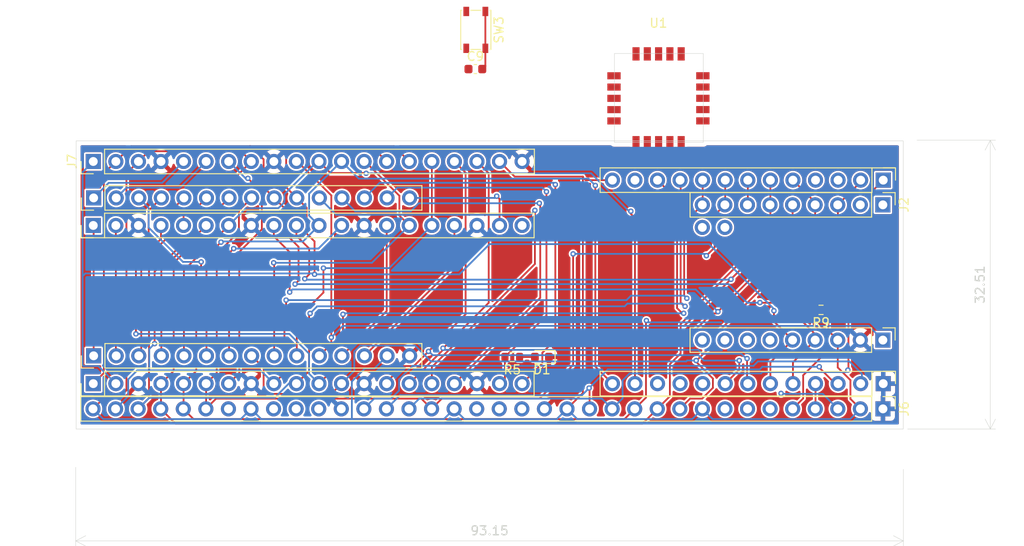
<source format=kicad_pcb>
(kicad_pcb (version 20241229) (generator "pcbnew") (generator_version "9.0")
  (layers (0 "F.Cu" signal) (2 "B.Cu" signal) (13 "F.Paste" user) (15 "B.Paste" user) (5 "F.SilkS" user "F.Silkscreen") (7 "B.SilkS" user "B.Silkscreen") (1 "F.Mask" user) (3 "B.Mask" user) (25 "Edge.Cuts" user))
  (net 0 "")
  (net 1 "GND")
  (net 2 "Net-(D1-A)")
  (net 3 "CS_1")
  (net 4 "CS_2")
  (net 5 "DC")
  (net 6 "CS_0")
  (net 7 "ADC_X")
  (net 8 "ADC_Y")
  (net 9 "5V")
  (net 10 "LSW0")
  (net 11 "SDA_0")
  (net 12 "DRIVE")
  (net 13 "DONE")
  (net 14 "SCL_0")
  (net 15 "LSW1")
  (net 16 "+3.3V")
  (net 17 "SCL_1")
  (net 18 "SDA_1")
  (net 19 "SCK_1")
  (net 20 "MISO_1")
  (net 21 "MOSI_0")
  (net 22 "MISO_0")
  (net 23 "MOSI_1")
  (net 24 "SCK_0")
  (net 25 "ADC_SW")
  (net 26 "RST1")
  (net 44 "M39")
  (net 45 "M40")
  (net 50 "M37")
  (net 51 "M35")
  (net 52 "L6")
  (net 53 "L5")
  (net 54 "L7")
  (net 55 "M29")
  (net 56 "M27")
  (net 57 "M24")
  (net 58 "M20")
  (net 59 "M19")
  (net 62 "M21")
  (net 63 "M22")
  (net 71 "M16")
  (net 72 "M17")
  (footprint "IOT-Mess-Footprints:Lolin32-Lite" (layer "F.Cu") (at 161.1 109.8 -90)
    (property "Reference" "J4" (hide yes))
    (property "Value" "Lolin32-Lite")
  )
  (footprint "Button_Switch_SMD:SW_SPST_PTS810" (layer "F.Cu") (at 115.25 92.89 -90)
    (property "Reference" "SW3")
    (property "Value" "SW_Push")
  )
  (footprint "IOT-Mess-Footprints:SuperMiniH2" (layer "F.Cu") (at 161.06 112.58 -90)
    (property "Reference" "J2")
    (property "Value" "SuperMini_ESP32-H2")
  )
  (footprint "Capacitor_SMD:C_0603_1608Metric" (layer "F.Cu") (at 115.2 97.3)
    (property "Reference" "C9")
    (property "Value" ".1u")
  )
  (footprint "IOT-Mess-Footprints:E220-900" (layer "F.Cu") (at 135.8 100.13)
    (property "Reference" "U1")
    (property "Value" "~")
    (fp_rect (start -4.95 -4.58) (end 5.05 5.42) (stroke (width 0.05)) (fill no) (layer "Edge.Cuts"))
  )
  (footprint "IOT-Mess-Footprints:CH_P20" (layer "F.Cu") (at 72.24 129.57 90)
    (property "Reference" "J3" (hide yes))
    (property "Value" "CH_P20")
  )
  (footprint "IOT-Mess-Footprints:Milk-V Duo" (layer "F.Cu") (at 72.2 132.7 90)
    (property "Reference" "J1" (hide yes))
    (property "Value" "Milk-V Duo")
  )
  (footprint "Connector_PinHeader_2.54mm:PinHeader_1x36_P2.54mm_Vertical" (layer "F.Cu") (at 161.07 135.54 -90)
    (property "Reference" "J6")
    (property "Value" "Conn_01x36_Pin")
  )
  (footprint "Resistor_SMD:R_0603_1608Metric" (layer "F.Cu") (at 154.1 124.4 180)
    (property "Reference" "R9")
    (property "Value" "10K")
  )
  (footprint "LED_SMD:LED_0603_1608Metric" (layer "F.Cu") (at 122.687499 129.704037 180)
    (property "Reference" "D1")
    (property "Value" "LED")
  )
  (footprint "Connector_PinHeader_2.54mm:PinHeader_1x20_P2.54mm_Vertical" (layer "F.Cu") (at 72.2 107.7 90)
    (property "Reference" "J7")
    (property "Value" "Conn_01x20_Pin")
  )
  (footprint "Resistor_SMD:R_0603_1608Metric" (layer "F.Cu") (at 119.352499 129.704037 180)
    (property "Reference" "R5")
    (property "Value" "100R")
  )
  (gr_rect (start 70.27 105.38) (end 163.35 137.81) (stroke (width 0.05)) (fill no) (layer "Edge.Cuts"))
  (dimension (type orthogonal) (layer "Edge.Cuts") (pts (xy 70.22 141.61) (xy 163.37 141.840126)) (height 8.79) (orientation 0) (format (prefix "") (suffix "") (units 3) (units_format 0) (precision 4) (suppress_zeroes yes)) (style (thickness 0.05) (arrow_length 1.27) (text_position_mode 0) (arrow_direction outward) (extension_height 0.58642) (extension_offset 0.5) (keep_text_aligned yes)) (gr_text "93.15" (at 116.795 149.25 0) (layer "Edge.Cuts") (effects (font (size 1 1) (thickness 0.15)))))
  (dimension (type orthogonal) (layer "Edge.Cuts") (pts (xy 164.4 105.3) (xy 163.35 137.81)) (height 8.75) (orientation 1) (format (prefix "") (suffix "") (units 3) (units_format 0) (precision 4) (suppress_zeroes yes)) (style (thickness 0.05) (arrow_length 1.27) (text_position_mode 0) (arrow_direction outward) (extension_height 0.58642) (extension_offset 0.5) (keep_text_aligned yes)) (gr_text "32.51" (at 172 121.555 90) (layer "Edge.Cuts") (effects (font (size 1 1) (thickness 0.15)))))
  (segment (start 121.9 129.704037) (end 120.177499 129.704037) (width 0.2) (layer "F.Cu") (net 2))
  (segment (start 140.051473 130.251473) (end 141.931 132.131) (width 0.2) (layer "F.Cu") (net 3))
  (segment (start 155.980001 112.58) (end 156 112.599999) (width 0.2) (layer "F.Cu") (net 3))
  (segment (start 98.989 133.851) (end 100.14 132.7) (width 0.2) (layer "F.Cu") (net 3))
  (segment (start 140.1 130.1) (end 142.129 128.071) (width 0.2) (layer "F.Cu") (net 3))
  (segment (start 142.129 128.071) (end 142.129 127.271) (width 0.2) (layer "F.Cu") (net 3))
  (segment (start 158.56 110.000001) (end 158.56 109.8) (width 0.2) (layer "F.Cu") (net 3))
  (segment (start 140.71876 134.389) (end 139.361 134.389) (width 0.2) (layer "F.Cu") (net 3))
  (segment (start 155.980001 112.58) (end 158.56 110.000001) (width 0.2) (layer "F.Cu") (net 3))
  (segment (start 141.931 132.131) (end 141.931 133.17676) (width 0.2) (layer "F.Cu") (net 3))
  (segment (start 92.04324 133.851) (end 98.989 133.851) (width 0.2) (layer "F.Cu") (net 3))
  (segment (start 156 112.599999) (end 156 114.3) (width 0.2) (layer "F.Cu") (net 3))
  (segment (start 140.051473 130.1) (end 140.051473 130.251473) (width 0.2) (layer "F.Cu") (net 3))
  (segment (start 91.369 130.919) (end 91.369 133.17676) (width 0.2) (layer "F.Cu") (net 3))
  (segment (start 156 114.3) (end 149.3 121) (width 0.2) (layer "F.Cu") (net 3))
  (segment (start 149.3 121) (end 149.3329 121) (width 0.2) (layer "F.Cu") (net 3))
  (segment (start 148.4 121) (end 149.3 121) (width 0.2) (layer "F.Cu") (net 3))
  (segment (start 142.129 127.271) (end 148.4 121) (width 0.2) (layer "F.Cu") (net 3))
  (segment (start 141.931 133.17676) (end 140.71876 134.389) (width 0.2) (layer "F.Cu") (net 3))
  (segment (start 90.02 129.57) (end 91.369 130.919) (width 0.2) (layer "F.Cu") (net 3))
  (segment (start 139.361 134.389) (end 138.21 135.54) (width 0.2) (layer "F.Cu") (net 3))
  (segment (start 91.369 133.17676) (end 92.04324 133.851) (width 0.2) (layer "F.Cu") (net 3))
  (segment (start 140.051473 130.1) (end 140.1 130.1) (width 0.2) (layer "F.Cu") (net 3))
  (via (at 140.051473 130.1) (size 0.6) (drill 0.3) (layers "F.Cu" "B.Cu") (net 3))
  (segment (start 110.2 130.2) (end 108.419 128.419) (width 0.2) (layer "B.Cu") (net 3))
  (segment (start 102.24324 128.419) (end 101.569 129.09324) (width 0.2) (layer "B.Cu") (net 3))
  (segment (start 108.419 128.419) (end 102.24324 128.419) (width 0.2) (layer "B.Cu") (net 3))
  (segment (start 140.051473 130.1) (end 139.028528 130.1) (width 0.2) (layer "B.Cu") (net 3))
  (segment (start 138.928528 130.2) (end 110.2 130.2) (width 0.2) (layer "B.Cu") (net 3))
  (segment (start 101.569 131.271) (end 100.14 132.7) (width 0.2) (layer "B.Cu") (net 3))
  (segment (start 139.028528 130.1) (end 138.928528 130.2) (width 0.2) (layer "B.Cu") (net 3))
  (segment (start 101.569 129.09324) (end 101.569 131.271) (width 0.2) (layer "B.Cu") (net 3))
  (segment (start 87.48 111.8) (end 86.289 112.991) (width 0.2) (layer "F.Cu") (net 5))
  (segment (start 140.74 123.341729) (end 140.74 123.56) (width 0.2) (layer "F.Cu") (net 5))
  (segment (start 148.36 112.58) (end 148.4 112.62) (width 0.2) (layer "F.Cu") (net 5))
  (segment (start 140.74 123.56) (end 138.3 126) (width 0.2) (layer "F.Cu") (net 5))
  (segment (start 79.82 132.51) (end 79.82 135.51) (width 0.2) (layer "F.Cu") (net 5))
  (segment (start 138.3 126) (end 138.3 129.3) (width 0.2) (layer "F.Cu") (net 5))
  (segment (start 137.089 134.121) (end 135.67 135.54) (width 0.2) (layer "F.Cu") (net 5))
  (segment (start 138.3 129.3) (end 137.089 130.511) (width 0.2) (layer "F.Cu") (net 5))
  (segment (start 86.289 115.13876) (end 85.26388 116.16388) (width 0.2) (layer "F.Cu") (net 5))
  (segment (start 85.26388 116.16388) (end 84.20322 116.16388) (width 0.2) (layer "F.Cu") (net 5))
  (segment (start 86.289 112.991) (end 86.289 115.13876) (width 0.2) (layer "F.Cu") (net 5))
  (segment (start 134.001 137.209) (end 135.67 135.54) (width 0.2) (layer "F.Cu") (net 5))
  (segment (start 81.249 119.1181) (end 81.249 131.271) (width 0.2) (layer "F.Cu") (net 5))
  (segment (start 148.4 109.8) (end 148.4 112.54) (width 0.2) (layer "F.Cu") (net 5))
  (segment (start 148.4 112.62) (end 148.4 115.681729) (width 0.2) (layer "F.Cu") (net 5))
  (segment (start 148.4 112.54) (end 148.36 112.58) (width 0.2) (layer "F.Cu") (net 5))
  (segment (start 84.20322 116.16388) (end 81.249 119.1181) (width 0.2) (layer "F.Cu") (net 5))
  (segment (start 79.82 135.51) (end 79.79 135.54) (width 0.2) (layer "F.Cu") (net 5))
  (segment (start 79.79 135.54) (end 81.459 137.209) (width 0.2) (layer "F.Cu") (net 5))
  (segment (start 81.459 137.209) (end 134.001 137.209) (width 0.2) (layer "F.Cu") (net 5))
  (segment (start 148.4 115.681729) (end 140.74 123.341729) (width 0.2) (layer "F.Cu") (net 5))
  (segment (start 81.249 131.271) (end 79.82 132.7) (width 0.2) (layer "F.Cu") (net 5))
  (segment (start 137.089 130.511) (end 137.089 134.121) (width 0.2) (layer "F.Cu") (net 5))
  (segment (start 86.091 118.109) (end 86.091 131.509) (width 0.2) (layer "F.Cu") (net 6))
  (segment (start 88.591 115.609) (end 86.091 118.109) (width 0.2) (layer "F.Cu") (net 6))
  (segment (start 126.2 130.6) (end 122.411 134.389) (width 0.2) (layer "F.Cu") (net 6))
  (segment (start 86.021 134.389) (end 84.87 135.54) (width 0.2) (layer "F.Cu") (net 6))
  (segment (start 88.591 113.229) (end 88.591 115.609) (width 0.2) (layer "F.Cu") (net 6))
  (segment (start 110.270001 135.54) (end 109.119001 134.389) (width 0.2) (layer "F.Cu") (net 6))
  (segment (start 111.421001 134.389) (end 110.270001 135.54) (width 0.2) (layer "F.Cu") (net 6))
  (segment (start 109.119001 134.389) (end 86.021 134.389) (width 0.2) (layer "F.Cu") (net 6))
  (segment (start 84.9 132.51) (end 84.9 135.51) (width 0.2) (layer "F.Cu") (net 6))
  (segment (start 143.319999 112.540001) (end 143.28 112.58) (width 0.2) (layer "F.Cu") (net 6))
  (segment (start 86.091 131.509) (end 84.9 132.7) (width 0.2) (layer "F.Cu") (net 6))
  (segment (start 143.319999 109.8) (end 143.319999 112.540001) (width 0.2) (layer "F.Cu") (net 6))
  (segment (start 122.411 134.389) (end 111.421001 134.389) (width 0.2) (layer "F.Cu") (net 6))
  (segment (start 143.28 112.58) (end 142.129 113.731) (width 0.2) (layer "F.Cu") (net 6))
  (segment (start 90.02 111.8) (end 88.591 113.229) (width 0.2) (layer "F.Cu") (net 6))
  (segment (start 142.129 117.371) (end 141.2 118.3) (width 0.2) (layer "F.Cu") (net 6))
  (segment (start 126.2 118.1) (end 126.2 130.6) (width 0.2) (layer "F.Cu") (net 6))
  (segment (start 84.9 135.51) (end 84.87 135.54) (width 0.2) (layer "F.Cu") (net 6))
  (segment (start 142.129 113.731) (end 142.129 117.371) (width 0.2) (layer "F.Cu") (net 6))
  (via (at 141.2 118.3) (size 0.6) (drill 0.3) (layers "F.Cu" "B.Cu") (net 6))
  (via (at 126.2 118.1) (size 0.6) (drill 0.3) (layers "F.Cu" "B.Cu") (net 6))
  (segment (start 141 118.1) (end 126.2 118.1) (width 0.2) (layer "B.Cu") (net 6))
  (segment (start 141.2 118.3) (end 141 118.1) (width 0.2) (layer "B.Cu") (net 6))
  (segment (start 94.3 117.9) (end 92.52 116.12) (width 0.2) (layer "F.Cu") (net 7))
  (segment (start 142.3 124.8) (end 141.8 124.8) (width 0.2) (layer "F.Cu") (net 7))
  (segment (start 142.5 124.6) (end 142.3 124.8) (width 0.2) (layer "F.Cu") (net 7))
  (segment (start 153.44 113.66) (end 153.44 112.58) (width 0.2) (layer "F.Cu") (net 7))
  (segment (start 142.5 124.6) (end 153.44 113.66) (width 0.2) (layer "F.Cu") (net 7))
  (segment (start 94.3 122.4) (end 94.3 117.9) (width 0.2) (layer "F.Cu") (net 7))
  (segment (start 153.44 112.3) (end 153.44 112.58) (width 0.2) (layer "F.Cu") (net 7))
  (segment (start 92.52 116.12) (end 92.52 114.9) (width 0.2) (layer "F.Cu") (net 7))
  (segment (start 150.94 109.8) (end 153.44 112.3) (width 0.2) (layer "F.Cu") (net 7))
  (segment (start 141.8 124.8) (end 139.1 127.5) (width 0.2) (layer "F.Cu") (net 7))
  (via (at 142.5 124.6) (size 0.6) (drill 0.3) (layers "F.Cu" "B.Cu") (net 7))
  (via (at 149.6 133.8) (size 0.6) (drill 0.3) (layers "F.Cu" "B.Cu") (net 7))
  (via (at 94.3 122.4) (size 0.6) (drill 0.3) (layers "F.Cu" "B.Cu") (net 7))
  (segment (start 142.5 124.6) (end 140 122.1) (width 0.2) (layer "B.Cu") (net 7))
  (segment (start 154.301001 133.851) (end 149.651 133.851) (width 0.2) (layer "B.Cu") (net 7))
  (segment (start 155.990001 135.54) (end 154.301001 133.851) (width 0.2) (layer "B.Cu") (net 7))
  (segment (start 149.651 133.851) (end 149.6 133.8) (width 0.2) (layer "B.Cu") (net 7))
  (segment (start 140 122.1) (end 94.6 122.1) (width 0.2) (layer "B.Cu") (net 7))
  (segment (start 94.6 122.1) (end 94.3 122.4) (width 0.2) (layer "B.Cu") (net 7))
  (segment (start 143.968329 120.931671) (end 150.9 114) (width 0.2) (layer "F.Cu") (net 8))
  (segment (start 96.5 117.5) (end 95.06 116.06) (width 0.2) (layer "F.Cu") (net 8))
  (segment (start 143.968329 120.963343) (end 143.936657 120.963343) (width 0.2) (layer "F.Cu") (net 8))
  (segment (start 143.968329 120.963343) (end 143.968329 120.931671) (width 0.2) (layer "F.Cu") (net 8))
  (segment (start 96.5 120.4) (end 96.5 117.5) (width 0.2) (layer "F.Cu") (net 8))
  (segment (start 153.48 132.7) (end 153.48 135.51) (width 0.2) (layer "F.Cu") (net 8))
  (segment (start 150.9 114) (end 150.9 112.58) (width 0.2) (layer "F.Cu") (net 8))
  (segment (start 96 120.9) (end 96.5 120.4) (width 0.2) (layer "F.Cu") (net 8))
  (segment (start 153.48 135.51) (end 153.45 135.54) (width 0.2) (layer "F.Cu") (net 8))
  (segment (start 150.9 112.3) (end 150.9 112.58) (width 0.2) (layer "F.Cu") (net 8))
  (segment (start 143.936657 120.963343) (end 138.7 126.2) (width 0.2) (layer "F.Cu") (net 8))
  (segment (start 95.06 116.06) (end 95.06 114.9) (width 0.2) (layer "F.Cu") (net 8))
  (via (at 143.968329 120.963343) (size 0.6) (drill 0.3) (layers "F.Cu" "B.Cu") (net 8))
  (via (at 96 120.9) (size 0.6) (drill 0.3) (layers "F.Cu" "B.Cu") (net 8))
  (segment (start 143.968329 120.963343) (end 143.931672 121) (width 0.2) (layer "B.Cu") (net 8))
  (segment (start 143.931672 121) (end 96.1 121) (width 0.2) (layer "B.Cu") (net 8))
  (segment (start 96.1 121) (end 96 120.9) (width 0.2) (layer "B.Cu") (net 8))
  (segment (start 95.16776 107.7) (end 95.06 107.7) (width 0.2) (layer "F.Cu") (net 9))
  (segment (start 98.989 128.221) (end 97.64 129.57) (width 0.2) (layer "F.Cu") (net 9))
  (segment (start 98.989 127.5) (end 98.989 111.52124) (width 0.2) (layer "F.Cu") (net 9))
  (segment (start 98.989 111.52124) (end 95.16776 107.7) (width 0.2) (layer "F.Cu") (net 9))
  (segment (start 98.989 127.5) (end 98.989 128.221) (width 0.2) (layer "F.Cu") (net 9))
  (via (at 98.989 127.5) (size 0.6) (drill 0.3) (layers "F.Cu" "B.Cu") (net 9))
  (segment (start 159.46 126.2) (end 100.289 126.2) (width 0.2) (layer "B.Cu") (net 9))
  (segment (start 98.989 127.5) (end 99.2 127.5) (width 0.2) (layer "B.Cu") (net 9))
  (segment (start 161.06 127.8) (end 159.46 126.2) (width 0.2) (layer "B.Cu") (net 9))
  (segment (start 100.289 126.2) (end 98.989 127.5) (width 0.2) (layer "B.Cu") (net 9))
  (segment (start 82.4 119.94) (end 82.4 129.57) (width 0.2) (layer "F.Cu") (net 10))
  (segment (start 132.7 113.3) (end 132.7 113.6) (width 0.2) (layer "F.Cu") (net 10))
  (segment (start 102.905259 109.031077) (end 102.874182 109) (width 0.2) (layer "F.Cu") (net 10))
  (segment (start 132.7 113.6) (end 133.16 114.06) (width 0.2) (layer "F.Cu") (net 10))
  (segment (start 133.16 114.06) (end 133.16 132.7) (width 0.2) (layer "F.Cu") (net 10))
  (segment (start 87.44 114.9) (end 82.4 119.94) (width 0.2) (layer "F.Cu") (net 10))
  (segment (start 102.874182 109) (end 98.9 109) (width 0.2) (layer "F.Cu") (net 10))
  (segment (start 98.9 109) (end 97.6 107.7) (width 0.2) (layer "F.Cu") (net 10))
  (via (at 102.905259 109.031077) (size 0.6) (drill 0.3) (layers "F.Cu" "B.Cu") (net 10))
  (via (at 132.7 113.3) (size 0.6) (drill 0.3) (layers "F.Cu" "B.Cu") (net 10))
  (segment (start 93.711 111.411) (end 93.7 111.4) (width 0.2) (layer "B.Cu") (net 10))
  (segment (start 132.49224 113.3) (end 132.7 113.3) (width 0.2) (layer "B.Cu") (net 10))
  (segment (start 93.03676 112.951) (end 93.711 112.27676) (width 0.2) (layer "B.Cu") (net 10))
  (segment (start 102.905259 109.031077) (end 128.223317 109.031077) (width 0.2) (layer "B.Cu") (net 10))
  (segment (start 93.711 112.27676) (end 93.711 111.411) (width 0.2) (layer "B.Cu") (net 10))
  (segment (start 97.4 107.7) (end 97.6 107.7) (width 0.2) (layer "B.Cu") (net 10))
  (segment (start 93.7 111.4) (end 97.4 107.7) (width 0.2) (layer "B.Cu") (net 10))
  (segment (start 87.44 114.9) (end 89.389 112.951) (width 0.2) (layer "B.Cu") (net 10))
  (segment (start 89.389 112.951) (end 93.03676 112.951) (width 0.2) (layer "B.Cu") (net 10))
  (segment (start 128.223317 109.031077) (end 132.49224 113.3) (width 0.2) (layer "B.Cu") (net 10))
  (segment (start 148.4 132.7) (end 148.4 130.3) (width 0.2) (layer "F.Cu") (net 11))
  (segment (start 150.9 127.8) (end 148.8 125.7) (width 0.2) (layer "F.Cu") (net 11))
  (segment (start 93.909 107.22324) (end 93.909 110.609) (width 0.2) (layer "F.Cu") (net 11))
  (segment (start 97.1 120.4) (end 97.1 116.7) (width 0.2) (layer "F.Cu") (net 11))
  (segment (start 148.8 125.7) (end 148.8 124.5) (width 0.2) (layer "F.Cu") (net 11))
  (segment (start 93.909 110.609) (end 95.1 111.8) (width 0.2) (layer "F.Cu") (net 11))
  (segment (start 105.22 107.7) (end 104.069 106.549) (width 0.2) (layer "F.Cu") (net 11))
  (segment (start 96.211 115.811) (end 96.211 112.911) (width 0.2) (layer "F.Cu") (net 11))
  (segment (start 96.211 112.911) (end 95.1 111.8) (width 0.2) (layer "F.Cu") (net 11))
  (segment (start 104.069 106.549) (end 94.58324 106.549) (width 0.2) (layer "F.Cu") (net 11))
  (segment (start 148.4 130.3) (end 150.9 127.8) (width 0.2) (layer "F.Cu") (net 11))
  (segment (start 97.1 116.7) (end 96.211 115.811) (width 0.2) (layer "F.Cu") (net 11))
  (segment (start 94.58324 106.549) (end 93.909 107.22324) (width 0.2) (layer "F.Cu") (net 11))
  (via (at 148.8 124.5) (size 0.6) (drill 0.3) (layers "F.Cu" "B.Cu") (net 11))
  (via (at 97.1 120.4) (size 0.6) (drill 0.3) (layers "F.Cu" "B.Cu") (net 11))
  (segment (start 71 116.9) (end 71 108.9) (width 0.2) (layer "B.Cu") (net 11))
  (segment (start 141.5 117) (end 116.8 117) (width 0.2) (layer "B.Cu") (net 11))
  (segment (start 72.761 130.721) (end 71.089 130.721) (width 0.2) (layer "B.Cu") (net 11))
  (segment (start 148.8 124.3) (end 141.5 117) (width 0.2) (layer "B.Cu") (net 11))
  (segment (start 71 130.632) (end 71 120.6) (width 0.2) (layer "B.Cu") (net 11))
  (segment (start 71.3 120.3) (end 71 120.6) (width 0.2) (layer "B.Cu") (net 11))
  (segment (start 71 120.6) (end 71 118.8) (width 0.2) (layer "B.Cu") (net 11))
  (segment (start 97 120.3) (end 71.3 120.3) (width 0.2) (layer "B.Cu") (net 11))
  (segment (start 113.4 120.4) (end 97.1 120.4) (width 0.2) (layer "B.Cu") (net 11))
  (segment (start 97.1 120.4) (end 97 120.3) (width 0.2) (layer "B.Cu") (net 11))
  (segment (start 148.8 124.5) (end 148.8 124.3) (width 0.2) (layer "B.Cu") (net 11))
  (segment (start 116.8 117) (end 113.4 120.4) (width 0.2) (layer "B.Cu") (net 11))
  (segment (start 71.089 130.721) (end 71 130.632) (width 0.2) (layer "B.Cu") (net 11))
  (segment (start 74.74 132.7) (end 72.761 130.721) (width 0.2) (layer "B.Cu") (net 11))
  (segment (start 71 118.8) (end 71 116.9) (width 0.2) (layer "B.Cu") (net 11))
  (segment (start 71 108.9) (end 72.2 107.7) (width 0.2) (layer "B.Cu") (net 11))
  (segment (start 92.56 129.57) (end 92.56 119.16) (width 0.2) (layer "F.Cu") (net 12))
  (segment (start 102.68 107.7) (end 102.78776 107.7) (width 0.2) (layer "F.Cu") (net 12))
  (segment (start 102.78776 107.7) (end 106.649 111.56124) (width 0.2) (layer "F.Cu") (net 12))
  (segment (start 106.649 111.56124) (end 106.649 113.789) (width 0.2) (layer "F.Cu") (net 12))
  (segment (start 92.56 119.16) (end 92.5 119.1) (width 0.2) (layer "F.Cu") (net 12))
  (segment (start 106.649 113.789) (end 107.76 114.9) (width 0.2) (layer "F.Cu") (net 12))
  (via (at 92.5 119.1) (size 0.6) (drill 0.3) (layers "F.Cu" "B.Cu") (net 12))
  (segment (start 103.56 119.1) (end 107.76 114.9) (width 0.2) (layer "B.Cu") (net 12))
  (segment (start 92.5 119.1) (end 103.56 119.1) (width 0.2) (layer "B.Cu") (net 12))
  (segment (start 98.1 122.450057) (end 98.1 119.7) (width 0.2) (layer "F.Cu") (net 13))
  (segment (start 95.1 125.450057) (end 98.1 122.450057) (width 0.2) (layer "F.Cu") (net 13))
  (segment (start 110.3 114.9) (end 110.299999 107.7) (width 0.2) (layer "F.Cu") (net 13))
  (segment (start 95.1 129.57) (end 95.1 125.450057) (width 0.2) (layer "F.Cu") (net 13))
  (via (at 98.1 119.7) (size 0.6) (drill 0.3) (layers "F.Cu" "B.Cu") (net 13))
  (segment (start 98.1 119.7) (end 105.5 119.7) (width 0.2) (layer "B.Cu") (net 13))
  (segment (start 105.5 119.7) (end 110.3 114.9) (width 0.2) (layer "B.Cu") (net 13))
  (segment (start 106.041 105.981) (end 89.8 105.981) (width 0.2) (layer "F.Cu") (net 14))
  (segment (start 150.4 132.7) (end 150.94 132.7) (width 0.2) (layer "F.Cu") (net 14))
  (segment (start 93.671 115.671) (end 93.671 112.911) (width 0.2) (layer "F.Cu") (net 14))
  (segment (start 73.391 109.049) (end 73.391 131.509) (width 0.2) (layer "F.Cu") (net 14))
  (segment (start 153.44 127.14) (end 153.44 127.8) (width 0.2) (layer "F.Cu") (net 14))
  (segment (start 93.671 112.911) (end 92.56 111.8) (width 0.2) (layer "F.Cu") (net 14))
  (segment (start 89.8 105.981) (end 89.888761 105.981) (width 0.2) (layer "F.Cu") (net 14))
  (segment (start 95.3 121.108698) (end 95.3 117.3) (width 0.2) (layer "F.Cu") (net 14))
  (segment (start 147.225735 123.574265) (end 147.25147 123.6) (width 0.2) (layer "F.Cu") (net 14))
  (segment (start 73.391 131.509) (end 72.2 132.7) (width 0.2) (layer "F.Cu") (net 14))
  (segment (start 95.3 117.3) (end 93.671 115.671) (width 0.2) (layer "F.Cu") (net 14))
  (segment (start 150.94 130.3) (end 153.44 127.8) (width 0.2) (layer "F.Cu") (net 14))
  (segment (start 150.94 132.7) (end 150.94 130.3) (width 0.2) (layer "F.Cu") (net 14))
  (segment (start 74.74 107.7) (end 76.459 105.981) (width 0.2) (layer "F.Cu") (net 14))
  (segment (start 89.888761 105.981) (end 91.369 107.461239) (width 0.2) (layer "F.Cu") (net 14))
  (segment (start 91.369 110.609) (end 92.56 111.8) (width 0.2) (layer "F.Cu") (net 14))
  (segment (start 149.9 123.6) (end 153.44 127.14) (width 0.2) (layer "F.Cu") (net 14))
  (segment (start 94.908698 121.5) (end 95.3 121.108698) (width 0.2) (layer "F.Cu") (net 14))
  (segment (start 76.459 105.981) (end 89.8 105.981) (width 0.2) (layer "F.Cu") (net 14))
  (segment (start 74.74 107.7) (end 73.391 109.049) (width 0.2) (layer "F.Cu") (net 14))
  (segment (start 147.25147 123.6) (end 149.9 123.6) (width 0.2) (layer "F.Cu") (net 14))
  (segment (start 107.76 107.7) (end 106.041 105.981) (width 0.2) (layer "F.Cu") (net 14))
  (segment (start 91.369 107.461239) (end 91.369 110.609) (width 0.2) (layer "F.Cu") (net 14))
  (via (at 94.908698 121.5) (size 0.6) (drill 0.3) (layers "F.Cu" "B.Cu") (net 14))
  (via (at 147.225735 123.574265) (size 0.6) (drill 0.3) (layers "F.Cu" "B.Cu") (net 14))
  (segment (start 147.2 123.6) (end 145.8 123.6) (width 0.2) (layer "B.Cu") (net 14))
  (segment (start 147.225735 123.574265) (end 147.2 123.6) (width 0.2) (layer "B.Cu") (net 14))
  (segment (start 145.8 123.6) (end 143.7 121.5) (width 0.2) (layer "B.Cu") (net 14))
  (segment (start 143.7 121.5) (end 94.908698 121.5) (width 0.2) (layer "B.Cu") (net 14))
  (segment (start 84.94 118.41147) (end 86.575735 116.775735) (width 0.2) (layer "F.Cu") (net 15))
  (segment (start 130.62 132.7) (end 128.7 130.78) (width 0.2) (layer "F.Cu") (net 15))
  (segment (start 128.7 130.78) (end 128.7 110.4) (width 0.2) (layer "F.Cu") (net 15))
  (segment (start 84.94 129.57) (end 84.94 118.41147) (width 0.2) (layer "F.Cu") (net 15))
  (via (at 128.7 110.4) (size 0.6) (drill 0.3) (layers "F.Cu" "B.Cu") (net 15))
  (via (at 86.575735 116.775735) (size 0.6) (drill 0.3) (layers "F.Cu" "B.Cu") (net 15))
  (segment (start 102.072076 109.632077) (end 100.139999 107.7) (width 0.2) (layer "B.Cu") (net 15))
  (segment (start 95.801 116.699) (end 97.6 114.9) (width 0.2) (layer "B.Cu") (net 15))
  (segment (start 96.489 113.789) (end 96.489 111.32324) (width 0.2) (layer "B.Cu") (net 15))
  (segment (start 100.11224 107.7) (end 100.139999 107.7) (width 0.2) (layer "B.Cu") (net 15))
  (segment (start 86.65247 116.699) (end 95.801 116.699) (width 0.2) (layer "B.Cu") (net 15))
  (segment (start 96.489 111.32324) (end 100.11224 107.7) (width 0.2) (layer "B.Cu") (net 15))
  (segment (start 128.7 110.4) (end 127.932077 109.632077) (width 0.2) (layer "B.Cu") (net 15))
  (segment (start 127.932077 109.632077) (end 102.072076 109.632077) (width 0.2) (layer "B.Cu") (net 15))
  (segment (start 97.6 114.9) (end 96.489 113.789) (width 0.2) (layer "B.Cu") (net 15))
  (segment (start 86.575735 116.775735) (end 86.65247 116.699) (width 0.2) (layer "B.Cu") (net 15))
  (segment (start 155.98 127.5) (end 155.98 130.88) (width 0.2) (layer "F.Cu") (net 16))
  (segment (start 83.789 111.32324) (end 84.46324 110.649) (width 0.2) (layer "F.Cu") (net 16))
  (segment (start 88.829001 106.549) (end 78.430999 106.549) (width 0.2) (layer "F.Cu") (net 16))
  (segment (start 127.3 133.75) (end 125.51 135.54) (width 0.2) (layer "F.Cu") (net 16))
  (segment (start 127.3 109.4) (end 127.3 109.5) (width 0.2) (layer "F.Cu") (net 16))
  (segment (start 75.931 118.9) (end 75.931 133.431) (width 0.2) (layer "F.Cu") (net 16))
  (segment (start 127.6 109.8) (end 127.3 109.5) (width 0.2) (layer "F.Cu") (net 16))
  (segment (start 83.789 112.268919) (end 83.789 111.32324) (width 0.2) (layer "F.Cu") (net 16))
  (segment (start 82.36 114.9) (end 82.36 113.697919) (width 0.2) (layer "F.Cu") (net 16))
  (segment (start 155.98 130.88) (end 157.409 132.309) (width 0.2) (layer "F.Cu") (net 16))
  (segment (start 154.925 124.4) (end 154.925 126.745) (width 0.2) (layer "F.Cu") (net 16))
  (segment (start 78.430999 106.549) (end 77.279999 107.7) (width 0.2) (layer "F.Cu") (net 16))
  (segment (start 73.321 134.389) (end 72.17 135.54) (width 0.2) (layer "F.Cu") (net 16))
  (segment (start 75.931 133.431) (end 75.9445 133.4445) (width 0.2) (layer "F.Cu") (net 16))
  (segment (start 84.46324 110.649) (end 87.031001 110.649) (width 0.2) (layer "F.Cu") (net 16))
  (segment (start 75.931 109.048999) (end 75.931 118.9) (width 0.2) (layer "F.Cu") (net 16))
  (segment (start 127.3 109.5) (end 127.3 133.75) (width 0.2) (layer "F.Cu") (net 16))
  (segment (start 154.925 126.745) (end 155.98 127.8) (width 0.2) (layer "F.Cu") (net 16))
  (segment (start 75 134.389) (end 73.321 134.389) (width 0.2) (layer "F.Cu") (net 16))
  (segment (start 157.409 132.309) (end 157.409 134.419) (width 0.2) (layer "F.Cu") (net 16))
  (segment (start 157.409 134.419) (end 158.53 135.54) (width 0.2) (layer "F.Cu") (net 16))
  (segment (start 77.279999 107.7) (end 75.931 109.048999) (width 0.2) (layer "F.Cu") (net 16))
  (segment (start 117.92 107.7) (end 119.62 109.4) (width 0.2) (layer "F.Cu") (net 16))
  (segment (start 82.36 113.697919) (end 83.789 112.268919) (width 0.2) (layer "F.Cu") (net 16))
  (segment (start 87.031001 110.649) (end 89.980001 107.7) (width 0.2) (layer "F.Cu") (net 16))
  (segment (start 89.980001 107.7) (end 88.829001 106.549) (width 0.2) (layer "F.Cu") (net 16))
  (segment (start 119.62 109.4) (end 127.3 109.4) (width 0.2) (layer "F.Cu") (net 16))
  (segment (start 130.62 109.8) (end 127.6 109.8) (width 0.2) (layer "F.Cu") (net 16))
  (segment (start 75 134.389) (end 75.9445 133.4445) (width 0.2) (layer "F.Cu") (net 16))
  (segment (start 111.659 136.691) (end 112.81 135.54) (width 0.2) (layer "B.Cu") (net 16))
  (segment (start 89.95 135.54) (end 91.101 136.691) (width 0.2) (layer "B.Cu") (net 16))
  (segment (start 126.661 136.691) (end 139.599 136.691) (width 0.2) (layer "B.Cu") (net 16))
  (segment (start 158.53 135.54) (end 157.379 136.691) (width 0.2) (layer "B.Cu") (net 16))
  (segment (start 103.831 130.999) (end 102.75324 130.999) (width 0.2) (layer "B.Cu") (net 16))
  (segment (start 125.51 135.54) (end 126.661 136.691) (width 0.2) (layer "B.Cu") (net 16))
  (segment (start 101.3 136.691) (end 106.6 136.691) (width 0.2) (layer "B.Cu") (net 16))
  (segment (start 102.75324 130.999) (end 101.3 132.45224) (width 0.2) (layer "B.Cu") (net 16))
  (segment (start 88.799 136.691) (end 89.95 135.54) (width 0.2) (layer "B.Cu") (net 16))
  (segment (start 105.26 129.57) (end 103.831 130.999) (width 0.2) (layer "B.Cu") (net 16))
  (segment (start 112.81 135.54) (end 113.961 136.691) (width 0.2) (layer "B.Cu") (net 16))
  (segment (start 91.101 136.691) (end 101.3 136.691) (width 0.2) (layer "B.Cu") (net 16))
  (segment (start 157.379 136.691) (end 141.901 136.691) (width 0.2) (layer "B.Cu") (net 16))
  (segment (start 73.321 136.691) (end 88.799 136.691) (width 0.2) (layer "B.Cu") (net 16))
  (segment (start 140.75 135.54) (end 141.755 136.545) (width 0.2) (layer "B.Cu") (net 16))
  (segment (start 139.599 136.691) (end 140.75 135.54) (width 0.2) (layer "B.Cu") (net 16))
  (segment (start 124.359 136.691) (end 125.51 135.54) (width 0.2) (layer "B.Cu") (net 16))
  (segment (start 141.755 136.545) (end 141.91 136.7) (width 0.2) (layer "B.Cu") (net 16))
  (segment (start 106.6 136.691) (end 111.659 136.691) (width 0.2) (layer "B.Cu") (net 16))
  (segment (start 141.901 136.691) (end 141.755 136.545) (width 0.2) (layer "B.Cu") (net 16))
  (segment (start 101.3 132.45224) (end 101.3 136.691) (width 0.2) (layer "B.Cu") (net 16))
  (segment (start 113.961 136.691) (end 124.359 136.691) (width 0.2) (layer "B.Cu") (net 16))
  (segment (start 72.17 135.54) (end 73.321 136.691) (width 0.2) (layer "B.Cu") (net 16))
  (segment (start 145.775735 132.615735) (end 145.86 132.7) (width 0.2) (layer "F.Cu") (net 17))
  (segment (start 107.76 132.7) (end 111.559265 128.900735) (width 0.2) (layer "F.Cu") (net 17))
  (segment (start 115.38 107.7) (end 116.7 109.02) (width 0.2) (layer "F.Cu") (net 17))
  (segment (start 111.559265 128.900735) (end 111.559265 128.710735) (width 0.2) (layer "F.Cu") (net 17))
  (segment (start 111.589265 128.710735) (end 116.7 123.6) (width 0.2) (layer "F.Cu") (net 17))
  (segment (start 145.775735 129.875735) (end 145.775735 132.615735) (width 0.2) (layer "F.Cu") (net 17))
  (segment (start 116.7 109.02) (end 116.7 123.6) (width 0.2) (layer "F.Cu") (net 17))
  (segment (start 111.559265 128.710735) (end 111.589265 128.710735) (width 0.2) (layer "F.Cu") (net 17))
  (via (at 145.775735 129.875735) (size 0.6) (drill 0.3) (layers "F.Cu" "B.Cu") (net 17))
  (via (at 111.559265 128.710735) (size 0.6) (drill 0.3) (layers "F.Cu" "B.Cu") (net 17))
  (segment (start 145.775735 129.875735) (end 145.675735 129.875735) (width 0.2) (layer "B.Cu") (net 17))
  (segment (start 145.675735 129.875735) (end 145.15 129.35) (width 0.2) (layer "B.Cu") (net 17))
  (segment (start 111.74853 128.9) (end 111.559265 128.710735) (width 0.2) (layer "B.Cu") (net 17))
  (segment (start 140.3 128.9) (end 111.74853 128.9) (width 0.2) (layer "B.Cu") (net 17))
  (segment (start 140.75 129.35) (end 140.3 128.9) (width 0.2) (layer "B.Cu") (net 17))
  (segment (start 145.15 129.35) (end 140.75 129.35) (width 0.2) (layer "B.Cu") (net 17))
  (segment (start 144.9 131.12) (end 143.32 132.7) (width 0.2) (layer "F.Cu") (net 18))
  (segment (start 144.9 130.1) (end 144.9 131.12) (width 0.2) (layer "F.Cu") (net 18))
  (segment (start 107.009 130.721) (end 108.27676 130.721) (width 0.2) (layer "F.Cu") (net 18))
  (segment (start 108.27676 130.721) (end 111.689 127.30876) (width 0.2) (layer "F.Cu") (net 18))
  (segment (start 114.1 108.959999) (end 114.1 124.89776) (width 0.2) (layer "F.Cu") (net 18))
  (segment (start 105.22 132.51) (end 107.009 130.721) (width 0.2) (layer "F.Cu") (net 18))
  (segment (start 109.923145 129.074615) (end 111.689 127.30876) (width 0.2) (layer "F.Cu") (net 18))
  (segment (start 114.1 124.89776) (end 111.689 127.30876) (width 0.2) (layer "F.Cu") (net 18))
  (segment (start 112.840001 107.7) (end 114.1 108.959999) (width 0.2) (layer "F.Cu") (net 18))
  (via (at 109.923145 129.074615) (size 0.6) (drill 0.3) (layers "F.Cu" "B.Cu") (net 18))
  (via (at 144.9 130.1) (size 0.6) (drill 0.3) (layers "F.Cu" "B.Cu") (net 18))
  (segment (start 109.974615 129.074615) (end 109.923145 129.074615) (width 0.2) (layer "B.Cu") (net 18))
  (segment (start 144.9 130.1) (end 140.9 130.1) (width 0.2) (layer "B.Cu") (net 18))
  (segment (start 140.9 130.1) (end 140.3 129.5) (width 0.2) (layer "B.Cu") (net 18))
  (segment (start 140.3 129.5) (end 110.4 129.5) (width 0.2) (layer "B.Cu") (net 18))
  (segment (start 110.4 129.5) (end 109.974615 129.074615) (width 0.2) (layer "B.Cu") (net 18))
  (segment (start 153.9 130.8) (end 153.9 130.9) (width 0.2) (layer "F.Cu") (net 19))
  (segment (start 128.05 133.25) (end 128 133.2) (width 0.2) (layer "F.Cu") (net 19))
  (segment (start 155.7 132.7) (end 156.02 132.7) (width 0.2) (layer "F.Cu") (net 19))
  (segment (start 153.9 130.9) (end 155.7 132.7) (width 0.2) (layer "F.Cu") (net 19))
  (segment (start 128.05 135.54) (end 128.05 133.25) (width 0.2) (layer "F.Cu") (net 19))
  (via (at 128 133.2) (size 0.6) (drill 0.3) (layers "F.Cu" "B.Cu") (net 19))
  (via (at 153.9 130.8) (size 0.6) (drill 0.3) (layers "F.Cu" "B.Cu") (net 19))
  (segment (start 147.5 130.8) (end 147.2 131.1) (width 0.2) (layer "B.Cu") (net 19))
  (segment (start 145.9671 131.1) (end 145.9661 131.101) (width 0.2) (layer "B.Cu") (net 19))
  (segment (start 153.9 130.8) (end 147.5 130.8) (width 0.2) (layer "B.Cu") (net 19))
  (segment (start 147.2 131.1) (end 145.9671 131.1) (width 0.2) (layer "B.Cu") (net 19))
  (segment (start 128 133.2) (end 127.212 133.988) (width 0.2) (layer "B.Cu") (net 19))
  (segment (start 106.742 133.988) (end 105.19 135.54) (width 0.2) (layer "B.Cu") (net 19))
  (segment (start 127.212 133.988) (end 106.742 133.988) (width 0.2) (layer "B.Cu") (net 19))
  (segment (start 130.099 131.101) (end 128 133.2) (width 0.2) (layer "B.Cu") (net 19))
  (segment (start 145.9661 131.101) (end 130.099 131.101) (width 0.2) (layer "B.Cu") (net 19))
  (segment (start 146.5 130.7) (end 108.13224 130.7) (width 0.2) (layer "B.Cu") (net 20))
  (segment (start 157.3 130.2) (end 147 130.2) (width 0.2) (layer "B.Cu") (net 20))
  (segment (start 106.609 133.491) (end 105.711 134.389) (width 0.2) (layer "B.Cu") (net 20))
  (segment (start 158.7 132.56) (end 158.7 131.6) (width 0.2) (layer "B.Cu") (net 20))
  (segment (start 147 130.2) (end 146.5 130.7) (width 0.2) (layer "B.Cu") (net 20))
  (segment (start 158.56 132.7) (end 158.7 132.56) (width 0.2) (layer "B.Cu") (net 20))
  (segment (start 106.609 132.22324) (end 106.609 133.491) (width 0.2) (layer "B.Cu") (net 20))
  (segment (start 103.801 134.389) (end 102.65 135.54) (width 0.2) (layer "B.Cu") (net 20))
  (segment (start 108.13224 130.7) (end 106.609 132.22324) (width 0.2) (layer "B.Cu") (net 20))
  (segment (start 105.711 134.389) (end 103.801 134.389) (width 0.2) (layer "B.Cu") (net 20))
  (segment (start 158.7 131.6) (end 157.3 130.2) (width 0.2) (layer "B.Cu") (net 20))
  (segment (start 82.4 111.8) (end 80.971 113.229) (width 0.2) (layer "F.Cu") (net 21))
  (segment (start 138.7 124) (end 138.3 123.6) (width 0.2) (layer "F.Cu") (net 21))
  (segment (start 80.971 113.229) (end 80.971 115.829) (width 0.2) (layer "F.Cu") (net 21))
  (segment (start 80.971 115.829) (end 78.471 118.329) (width 0.2) (layer "F.Cu") (net 21))
  (segment (start 78.471 118.329) (end 78.471 134.319001) (width 0.2) (layer "F.Cu") (net 21))
  (segment (start 78.471 134.319001) (end 77.250001 135.54) (width 0.2) (layer "F.Cu") (net 21))
  (segment (start 96.489 131.271) (end 96.489 124.911) (width 0.2) (layer "F.Cu") (net 21))
  (segment (start 96.489 124.911) (end 96.6 124.8) (width 0.2) (layer "F.Cu") (net 21))
  (segment (start 138.3 109.86) (end 138.24 109.8) (width 0.2) (layer "F.Cu") (net 21))
  (segment (start 138.3 123.6) (end 138.3 109.86) (width 0.2) (layer "F.Cu") (net 21))
  (segment (start 95.06 132.7) (end 96.489 131.271) (width 0.2) (layer "F.Cu") (net 21))
  (segment (start 138.8 124) (end 138.7 124) (width 0.2) (layer "F.Cu") (net 21))
  (segment (start 95.06 132.7) (end 96.3 131.46) (width 0.2) (layer "F.Cu") (net 21))
  (via (at 96.6 124.8) (size 0.6) (drill 0.3) (layers "F.Cu" "B.Cu") (net 21))
  (via (at 138.8 124) (size 0.6) (drill 0.3) (layers "F.Cu" "B.Cu") (net 21))
  (segment (start 132 124) (end 97.4 124) (width 0.2) (layer "B.Cu") (net 21))
  (segment (start 138.5 123.7) (end 132.3 123.7) (width 0.2) (layer "B.Cu") (net 21))
  (segment (start 95.06 132.51) (end 94.39 132.51) (width 0.2) (layer "B.Cu") (net 21))
  (segment (start 78.490001 134.3) (end 77.250001 135.54) (width 0.2) (layer "B.Cu") (net 21))
  (segment (start 132.3 123.7) (end 132 124) (width 0.2) (layer "B.Cu") (net 21))
  (segment (start 97.4 124) (end 96.6 124.8) (width 0.2) (layer "B.Cu") (net 21))
  (segment (start 94.39 132.51) (end 92.6 134.3) (width 0.2) (layer "B.Cu") (net 21))
  (segment (start 92.6 134.3) (end 78.490001 134.3) (width 0.2) (layer "B.Cu") (net 21))
  (segment (start 138.8 124) (end 138.5 123.7) (width 0.2) (layer "B.Cu") (net 21))
  (segment (start 100.3 124.9) (end 100.3 127.82224) (width 0.2) (layer "F.Cu") (net 22))
  (segment (start 77 127.1) (end 77 117.8) (width 0.2) (layer "F.Cu") (net 22))
  (segment (start 77 117.8) (end 78.431 116.369) (width 0.2) (layer "F.Cu") (net 22))
  (segment (start 98.791 129.33124) (end 98.791 131.509) (width 0.2) (layer "F.Cu") (net 22))
  (segment (start 78.431 116.369) (end 78.431 113.229) (width 0.2) (layer "F.Cu") (net 22))
  (segment (start 98.791 131.509) (end 97.6 132.7) (width 0.2) (layer "F.Cu") (net 22))
  (segment (start 78.431 113.229) (end 79.86 111.8) (width 0.2) (layer "F.Cu") (net 22))
  (segment (start 138.643106 124.784467) (end 138.484467 124.784467) (width 0.2) (layer "F.Cu") (net 22))
  (segment (start 137.9 112) (end 135.7 109.8) (width 0.2) (layer "F.Cu") (net 22))
  (segment (start 138.484467 124.784467) (end 137.9 124.2) (width 0.2) (layer "F.Cu") (net 22))
  (segment (start 100.3 127.82224) (end 98.791 129.33124) (width 0.2) (layer "F.Cu") (net 22))
  (segment (start 137.9 124.2) (end 137.9 112) (width 0.2) (layer "F.Cu") (net 22))
  (via (at 100.3 124.9) (size 0.6) (drill 0.3) (layers "F.Cu" "B.Cu") (net 22))
  (via (at 138.643106 124.784467) (size 0.6) (drill 0.3) (layers "F.Cu" "B.Cu") (net 22))
  (via (at 77 127.1) (size 0.6) (drill 0.3) (layers "F.Cu" "B.Cu") (net 22))
  (segment (start 94.25776 127.1) (end 96.489 129.33124) (width 0.2) (layer "B.Cu") (net 22))
  (segment (start 100.415533 124.784467) (end 100.3 124.9) (width 0.2) (layer "B.Cu") (net 22))
  (segment (start 77 127.1) (end 94.25776 127.1) (width 0.2) (layer "B.Cu") (net 22))
  (segment (start 96.489 131.589) (end 97.6 132.7) (width 0.2) (layer "B.Cu") (net 22))
  (segment (start 138.643106 124.784467) (end 100.415533 124.784467) (width 0.2) (layer "B.Cu") (net 22))
  (segment (start 96.489 129.33124) (end 96.489 131.589) (width 0.2) (layer "B.Cu") (net 22))
  (segment (start 159.671 115.498) (end 159.671 111.229) (width 0.2) (layer "F.Cu") (net 23))
  (segment (start 157.124265 131.175735) (end 157.1845 131.1155) (width 0.2) (layer "F.Cu") (net 23))
  (segment (start 157.1845 131.1155) (end 157.1845 117.9845) (width 0.2) (layer "F.Cu") (net 23))
  (segment (start 159.671 111.229) (end 161.1 109.8) (width 0.2) (layer "F.Cu") (net 23))
  (segment (start 157.1845 117.9845) (end 159.671 115.498) (width 0.2) (layer "F.Cu") (net 23))
  (via (at 157.124265 131.175735) (size 0.6) (drill 0.3) (layers "F.Cu" "B.Cu") (net 23))
  (segment (start 107.73 135.54) (end 108.881 134.389) (width 0.2) (layer "B.Cu") (net 23))
  (segment (start 131.771 132.329) (end 131.771 134.359) (width 0.2) (layer "B.Cu") (net 23))
  (segment (start 157.124265 131.175735) (end 156.9 131.4) (width 0.2) (layer "B.Cu") (net 23))
  (segment (start 108.881 134.389) (end 129.439 134.389) (width 0.2) (layer "B.Cu") (net 23))
  (segment (start 147.351 131.549) (end 132.551 131.549) (width 0.2) (layer "B.Cu") (net 23))
  (segment (start 156.9 131.4) (end 154.149943 131.4) (width 0.2) (layer "B.Cu") (net 23))
  (segment (start 131.771 134.359) (end 130.59 135.54) (width 0.2) (layer "B.Cu") (net 23))
  (segment (start 129.439 134.389) (end 130.59 135.54) (width 0.2) (layer "B.Cu") (net 23))
  (segment (start 154.149943 131.4) (end 154.148943 131.401) (width 0.2) (layer "B.Cu") (net 23))
  (segment (start 154.148943 131.401) (end 147.499 131.401) (width 0.2) (layer "B.Cu") (net 23))
  (segment (start 147.499 131.401) (end 147.351 131.549) (width 0.2) (layer "B.Cu") (net 23))
  (segment (start 132.551 131.549) (end 131.771 132.329) (width 0.2) (layer "B.Cu") (net 23))
  (segment (start 84.94 111.8) (end 83.749 112.991) (width 0.2) (layer "F.Cu") (net 24))
  (segment (start 138.7 114.62) (end 140.74 112.58) (width 0.2) (layer "F.Cu") (net 24))
  (segment (start 139 123.1) (end 138.7 122.8) (width 0.2) (layer "F.Cu") (net 24))
  (segment (start 140.78 109.8) (end 140.78 112.54) (width 0.2) (layer "F.Cu") (net 24))
  (segment (start 93.9 123.3) (end 93.9 125.6) (width 0.2) (layer "F.Cu") (net 24))
  (segment (start 93.711 131.509) (end 92.52 132.7) (width 0.2) (layer "F.Cu") (net 24))
  (segment (start 83.749 115.451) (end 79.1 120.1) (width 0.2) (layer "F.Cu") (net 24))
  (segment (start 79.1 120.1) (end 79.1 128.2) (width 0.2) (layer "F.Cu") (net 24))
  (segment (start 138.7 122.8) (end 138.7 114.62) (width 0.2) (layer "F.Cu") (net 24))
  (segment (start 83.749 112.991) (end 83.749 115.451) (width 0.2) (layer "F.Cu") (net 24))
  (segment (start 93.711 125.789) (end 93.711 131.509) (width 0.2) (layer "F.Cu") (net 24))
  (segment (start 140.78 112.54) (end 140.74 112.58) (width 0.2) (layer "F.Cu") (net 24))
  (segment (start 93.9 125.6) (end 93.711 125.789) (width 0.2) (layer "F.Cu") (net 24))
  (via (at 93.9 123.3) (size 0.6) (drill 0.3) (layers "F.Cu" "B.Cu") (net 24))
  (via (at 139 123.1) (size 0.6) (drill 0.3) (layers "F.Cu" "B.Cu") (net 24))
  (via (at 79.1 128.2) (size 0.6) (drill 0.3) (layers "F.Cu" "B.Cu") (net 24))
  (segment (start 74.709999 135.54) (end 76.129 134.121) (width 0.2) (layer "B.Cu") (net 24))
  (segment (start 132.211 123.3) (end 93.9 123.3) (width 0.2) (layer "B.Cu") (net 24))
  (segment (start 91.02 131.2) (end 92.52 132.7) (width 0.2) (layer "B.Cu") (net 24))
  (segment (start 78.5 131.2) (end 91.02 131.2) (width 0.2) (layer "B.Cu") (net 24))
  (segment (start 132.711 122.8) (end 132.211 123.3) (width 0.2) (layer "B.Cu") (net 24))
  (segment (start 78.5 128.8) (end 78.5 131.2) (width 0.2) (layer "B.Cu") (net 24))
  (segment (start 77.15224 131.2) (end 78.5 131.2) (width 0.2) (layer "B.Cu") (net 24))
  (segment (start 76.129 132.22324) (end 77.15224 131.2) (width 0.2) (layer "B.Cu") (net 24))
  (segment (start 139 123.1) (end 138.7 122.8) (width 0.2) (layer "B.Cu") (net 24))
  (segment (start 79.1 128.2) (end 78.5 128.8) (width 0.2) (layer "B.Cu") (net 24))
  (segment (start 138.7 122.8) (end 132.711 122.8) (width 0.2) (layer "B.Cu") (net 24))
  (segment (start 76.129 134.121) (end 76.129 132.22324) (width 0.2) (layer "B.Cu") (net 24))
  (segment (start 154.591 127.32324) (end 154.591 129.259057) (width 0.2) (layer "F.Cu") (net 25))
  (segment (start 152.091 134.359) (end 150.91 135.54) (width 0.2) (layer "F.Cu") (net 25))
  (segment (start 153.275 124.4) (end 153.275 126.00724) (width 0.2) (layer "F.Cu") (net 25))
  (segment (start 154.591 129.259057) (end 152.091 131.759057) (width 0.2) (layer "F.Cu") (net 25))
  (segment (start 152.091 131.759057) (end 152.091 134.359) (width 0.2) (layer "F.Cu") (net 25))
  (segment (start 153.275 126.00724) (end 154.591 127.32324) (width 0.2) (layer "F.Cu") (net 25))
  (segment (start 84.34 119.46) (end 83.789 120.011) (width 0.2) (layer "F.Cu") (net 26))
  (segment (start 131.979001 136.691) (end 133.130001 135.54) (width 0.2) (layer "F.Cu") (net 26))
  (segment (start 82.36 132.51) (end 82.36 135.51) (width 0.2) (layer "F.Cu") (net 26))
  (segment (start 145.86 112.54) (end 145.82 112.58) (width 0.2) (layer "F.Cu") (net 26))
  (segment (start 82.36 135.51) (end 82.33 135.54) (width 0.2) (layer "F.Cu") (net 26))
  (segment (start 83.789 131.271) (end 82.36 132.7) (width 0.2) (layer "F.Cu") (net 26))
  (segment (start 134.45 125.6) (end 134.45 125.65) (width 0.2) (layer "F.Cu") (net 26))
  (segment (start 82.33 135.54) (end 83.481 136.691) (width 0.2) (layer "F.Cu") (net 26))
  (segment (start 134.4 134.270001) (end 133.130001 135.54) (width 0.2) (layer "F.Cu") (net 26))
  (segment (start 83.481 136.691) (end 131.979001 136.691) (width 0.2) (layer "F.Cu") (net 26))
  (segment (start 134.4 125.7) (end 134.4 134.270001) (width 0.2) (layer "F.Cu") (net 26))
  (segment (start 84.34 119) (end 84.34 119.46) (width 0.2) (layer "F.Cu") (net 26))
  (segment (start 145.86 109.8) (end 145.86 112.54) (width 0.2) (layer "F.Cu") (net 26))
  (segment (start 83.789 120.011) (end 83.789 131.271) (width 0.2) (layer "F.Cu") (net 26))
  (segment (start 134.45 125.65) (end 134.4 125.7) (width 0.2) (layer "F.Cu") (net 26))
  (via (at 134.45 125.6) (size 0.6) (drill 0.3) (layers "F.Cu" "B.Cu") (net 26))
  (via (at 84.34 119) (size 0.6) (drill 0.3) (layers "F.Cu" "B.Cu") (net 26))
  (segment (start 134.45 125.6) (end 134.65 125.8) (width 0.2) (layer "B.Cu") (net 26))
  (segment (start 78.431 115.13876) (end 78.431 112.911) (width 0.2) (layer "B.Cu") (net 26))
  (segment (start 78.431 112.911) (end 77.32 111.8) (width 0.2) (layer "B.Cu") (net 26))
  (segment (start 134.65 125.8) (end 142.88 125.8) (width 0.2) (layer "B.Cu") (net 26))
  (segment (start 82.29224 119) (end 78.431 115.13876) (width 0.2) (layer "B.Cu") (net 26))
  (segment (start 84.34 119) (end 82.29224 119) (width 0.2) (layer "B.Cu") (net 26))
  (segment (start 74.74 129.53) (end 74.78 129.57) (width 0.2) (layer "F.Cu") (net 44))
  (segment (start 74.74 114.9) (end 74.74 129.53) (width 0.2) (layer "F.Cu") (net 44))
  (segment (start 72.24 129.57) (end 72.24 114.94) (width 0.2) (layer "F.Cu") (net 45))
  (segment (start 72.24 114.94) (end 72.2 114.9) (width 0.2) (layer "F.Cu") (net 45))
  (segment (start 77.601 129.289) (end 77.32 129.57) (width 0.2) (layer "F.Cu") (net 50))
  (segment (start 79.82 116.4129) (end 77.601 118.6319) (width 0.2) (layer "F.Cu") (net 50))
  (segment (start 77.601 118.6319) (end 77.601 129.289) (width 0.2) (layer "F.Cu") (net 50))
  (segment (start 79.82 114.9) (end 79.82 116.4129) (width 0.2) (layer "F.Cu") (net 50))
  (segment (start 79.86 119.94) (end 84.9 114.9) (width 0.2) (layer "F.Cu") (net 51))
  (segment (start 79.86 129.57) (end 79.86 119.94) (width 0.2) (layer "F.Cu") (net 51))
  (segment (start 81.951 110.649) (end 84.9 107.7) (width 0.2) (layer "B.Cu") (net 52))
  (segment (start 75.931 110.649) (end 81.951 110.649) (width 0.2) (layer "B.Cu") (net 52))
  (segment (start 74.78 111.8) (end 75.931 110.649) (width 0.2) (layer "B.Cu") (net 52))
  (segment (start 73.94 110.1) (end 79.96 110.1) (width 0.2) (layer "B.Cu") (net 53))
  (segment (start 79.96 110.1) (end 82.36 107.7) (width 0.2) (layer "B.Cu") (net 53))
  (segment (start 72.24 111.8) (end 73.94 110.1) (width 0.2) (layer "B.Cu") (net 53))
  (segment (start 87.44 132.7) (end 88.631 131.509) (width 0.2) (layer "F.Cu") (net 54))
  (segment (start 91.171 111.171) (end 89.6 109.6) (width 0.2) (layer "F.Cu") (net 54))
  (segment (start 88.631 117.87676) (end 91.171 115.33676) (width 0.2) (layer "F.Cu") (net 54))
  (segment (start 91.171 115.33676) (end 91.171 111.171) (width 0.2) (layer "F.Cu") (net 54))
  (segment (start 88.631 131.509) (end 88.631 117.87676) (width 0.2) (layer "F.Cu") (net 54))
  (via (at 89.6 109.6) (size 0.6) (drill 0.3) (layers "F.Cu" "B.Cu") (net 54))
  (segment (start 89.6 109.6) (end 89.34 109.6) (width 0.2) (layer "B.Cu") (net 54))
  (segment (start 89.34 109.6) (end 87.44 107.7) (width 0.2) (layer "B.Cu") (net 54))
  (segment (start 87.48 129.57) (end 87.48 118.02) (width 0.2) (layer "F.Cu") (net 55))
  (segment (start 87.48 118.02) (end 88 117.5) (width 0.2) (layer "F.Cu") (net 55))
  (via (at 88 117.5) (size 0.6) (drill 0.3) (layers "F.Cu" "B.Cu") (net 55))
  (segment (start 97.54 117.5) (end 100.14 114.9) (width 0.2) (layer "B.Cu") (net 55))
  (segment (start 88 117.5) (end 97.54 117.5) (width 0.2) (layer "B.Cu") (net 55))
  (segment (start 105.22 124.53) (end 105.22 114.9) (width 0.2) (layer "F.Cu") (net 56))
  (segment (start 100.18 129.57) (end 105.22 124.53) (width 0.2) (layer "F.Cu") (net 56))
  (segment (start 112.84 119.45) (end 102.72 129.57) (width 0.2) (layer "F.Cu") (net 57))
  (segment (start 112.84 114.9) (end 112.84 119.45) (width 0.2) (layer "F.Cu") (net 57))
  (segment (start 122.7365 129.226437) (end 124.2 127.762937) (width 0.2) (layer "F.Cu") (net 58))
  (segment (start 116.325 96.95) (end 115.975 97.3) (width 0.2) (layer "F.Cu") (net 58))
  (segment (start 124.2 127.762937) (end 124.2 110.3) (width 0.2) (layer "F.Cu") (net 58))
  (segment (start 116.325 94.965) (end 116.325 90.815) (width 0.2) (layer "F.Cu") (net 58))
  (segment (start 122.7365 130.4235) (end 122.7365 129.226437) (width 0.2) (layer "F.Cu") (net 58))
  (segment (start 116.325 94.965) (end 116.325 96.95) (width 0.2) (layer "F.Cu") (net 58))
  (segment (start 120.46 132.7) (end 122.7365 130.4235) (width 0.2) (layer "F.Cu") (net 58))
  (via (at 124.2 110.3) (size 0.6) (drill 0.3) (layers "F.Cu" "B.Cu") (net 58))
  (segment (start 104.42 110.1) (end 102.72 111.8) (width 0.2) (layer "B.Cu") (net 58))
  (segment (start 124 110.1) (end 104.42 110.1) (width 0.2) (layer "B.Cu") (net 58))
  (segment (start 124.2 110.3) (end 124 110.1) (width 0.2) (layer "B.Cu") (net 58))
  (segment (start 118.525 132.095) (end 117.92 132.7) (width 0.2) (layer "F.Cu") (net 59))
  (segment (start 118.525 129.7) (end 118.525 132.095) (width 0.2) (layer "F.Cu") (net 59))
  (segment (start 118.527499 129.704037) (end 123.2 125.031536) (width 0.2) (layer "F.Cu") (net 59))
  (segment (start 123.2 125.031536) (end 123.2 111.1) (width 0.2) (layer "F.Cu") (net 59))
  (via (at 123.2 111.1) (size 0.6) (drill 0.3) (layers "F.Cu" "B.Cu") (net 59))
  (segment (start 123.2 111.1) (end 122.749 110.649) (width 0.2) (layer "B.Cu") (net 59))
  (segment (start 122.749 110.649) (end 106.411 110.649) (width 0.2) (layer "B.Cu") (net 59))
  (segment (start 106.411 110.649) (end 105.26 111.8) (width 0.2) (layer "B.Cu") (net 59))
  (segment (start 117.92 111.92) (end 117.6 111.6) (width 0.2) (layer "F.Cu") (net 63))
  (segment (start 117.92 114.9) (end 117.92 111.92) (width 0.2) (layer "F.Cu") (net 63))
  (via (at 117.6 111.6) (size 0.6) (drill 0.3) (layers "F.Cu" "B.Cu") (net 63))
  (segment (start 117.4 111.8) (end 107.8 111.8) (width 0.2) (layer "B.Cu") (net 63))
  (segment (start 117.6 111.6) (end 117.4 111.8) (width 0.2) (layer "B.Cu") (net 63))
  (segment (start 110.3 132.7) (end 110.3 130.83424) (width 0.2) (layer "F.Cu") (net 71))
  (segment (start 110.3 130.83424) (end 121.9 119.23424) (width 0.2) (layer "F.Cu") (net 71))
  (segment (start 121.9 119.23424) (end 121.9 113.2) (width 0.2) (layer "F.Cu") (net 71))
  (via (at 121.9 113.2) (size 0.6) (drill 0.3) (layers "F.Cu" "B.Cu") (net 71))
  (segment (start 121.9 113.2) (end 121.4 113.7) (width 0.2) (layer "B.Cu") (net 71))
  (segment (start 121.4 113.7) (end 99.54 113.7) (width 0.2) (layer "B.Cu") (net 71))
  (segment (start 99.54 113.7) (end 97.64 111.8) (width 0.2) (layer "B.Cu") (net 71))
  (segment (start 122.501 112.501) (end 122.4 112.4) (width 0.2) (layer "F.Cu") (net 72))
  (segment (start 122.501 123.039) (end 122.501 112.501) (width 0.2) (layer "F.Cu") (net 72))
  (segment (start 112.84 132.7) (end 122.501 123.039) (width 0.2) (layer "F.Cu") (net 72))
  (via (at 122.4 112.4) (size 0.6) (drill 0.3) (layers "F.Cu" "B.Cu") (net 72))
  (segment (start 101.679 113.299) (end 100.18 111.8) (width 0.2) (layer "B.Cu") (net 72))
  (segment (start 122.4 112.4) (end 108.82776 112.4) (width 0.2) (layer "B.Cu") (net 72))
  (segment (start 107.92876 113.299) (end 101.679 113.299) (width 0.2) (layer "B.Cu") (net 72))
  (segment (start 108.82776 112.4) (end 107.92876 113.299) (width 0.2) (layer "B.Cu") (net 72))
  (zone (net 1) (net_name "GND") (layers "F.Cu" "B.Cu") (connect_pads (clearance 0.2)) (min_thickness 0.25) (fill yes (thermal_gap 0.5) (thermal_bridge_width 0.5))
    (polygon (pts (xy 70.3 105.4) (xy 163.3 105.4) (xy 163.3 137.3) (xy 70.3 137.3)))
  )
)
</source>
